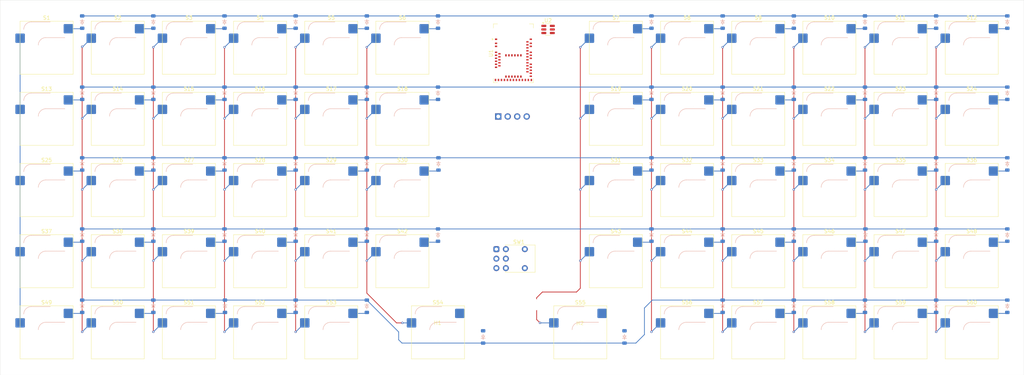
<source format=kicad_pcb>
(kicad_pcb (version 20240108) (generator "pcbnew") (generator_version "8.0")
  (layers (0 "F.Cu" signal) (31 "B.Cu" signal) (34 "B.Paste" user) (35 "F.Paste" user) (36 "B.SilkS" user "B.Silkscreen") (37 "F.SilkS" user "F.Silkscreen") (38 "B.Mask" user) (39 "F.Mask" user) (44 "Edge.Cuts" user))
  (net 0 "")
  (net 1 "Net-(D1-A)")
  (net 2 "Net-(D2-A)")
  (net 3 "Net-(D3-A)")
  (net 4 "Net-(D4-A)")
  (net 5 "Net-(D5-A)")
  (net 6 "Net-(D6-A)")
  (net 7 "Row 0")
  (net 8 "Row 1")
  (net 9 "Net-(D9-A)")
  (net 10 "Row 2")
  (net 11 "Row 3")
  (net 12 "Row 4")
  (net 13 "+3.3V")
  (net 14 "Display Data")
  (net 15 "GND")
  (net 16 "Display Clock")
  (net 17 "Column 0")
  (net 18 "Column 1")
  (net 19 "Column 2")
  (net 20 "Column 3")
  (net 21 "Column 4")
  (net 22 "Column 5")
  (net 23 "Column 6")
  (net 24 "Column 7")
  (net 25 "Column 8")
  (net 26 "Column 9")
  (net 27 "Column 10")
  (net 28 "Column 11")
  (net 32 "D+")
  (net 35 "Net-(D7-A)")
  (net 36 "Net-(D8-A)")
  (net 37 "Net-(D21-A)")
  (net 38 "Net-(D22-A)")
  (net 39 "Net-(D35-A)")
  (net 40 "Net-(D36-A)")
  (net 41 "Net-(D49-A)")
  (net 42 "Net-(D50-A)")
  (net 43 "0.21")
  (net 44 "0.25")
  (net 45 "SWC")
  (net 47 "0.22")
  (net 48 "Net-(D10-A)")
  (net 49 "SWD")
  (net 51 "Net-(D11-A)")
  (net 52 "Net-(D12-A)")
  (net 55 "Net-(D13-A)")
  (net 56 "Net-(D14-A)")
  (net 58 "VDD_NRF")
  (net 59 "Net-(D15-A)")
  (net 60 "Net-(D16-A)")
  (net 61 "Net-(D17-A)")
  (net 62 "Net-(D18-A)")
  (net 63 "Net-(D19-A)")
  (net 64 "Net-(D20-A)")
  (net 65 "Net-(D23-A)")
  (net 66 "Net-(D24-A)")
  (net 67 "Net-(D25-A)")
  (net 68 "Net-(D26-A)")
  (net 69 "Net-(D27-A)")
  (net 70 "Net-(D28-A)")
  (net 71 "Net-(D29-A)")
  (net 72 "Net-(D30-A)")
  (net 73 "Net-(D31-A)")
  (net 74 "Net-(D32-A)")
  (net 75 "Net-(D33-A)")
  (net 76 "Net-(D34-A)")
  (net 77 "Net-(D37-A)")
  (net 78 "Net-(D38-A)")
  (net 79 "Net-(D39-A)")
  (net 80 "Net-(D40-A)")
  (net 81 "Net-(D41-A)")
  (net 82 "Net-(D42-A)")
  (net 83 "Net-(D43-A)")
  (net 84 "Net-(D44-A)")
  (net 85 "Net-(D45-A)")
  (net 86 "Net-(D46-A)")
  (net 87 "Net-(D47-A)")
  (net 88 "Net-(D48-A)")
  (net 89 "Net-(D51-A)")
  (net 90 "Net-(D52-A)")
  (net 91 "Net-(D53-A)")
  (net 92 "Net-(D54-A)")
  (net 93 "Net-(D55-A)")
  (net 94 "Net-(D56-A)")
  (net 95 "Net-(D57-A)")
  (net 96 "Net-(D58-A)")
  (net 97 "Net-(D59-A)")
  (net 98 "Net-(D60-A)")
  (net 99 "0.24")
  (net 100 "NFC1")
  (net 103 "Power pin")
  (net 104 "Net-(U1-P0.18)")
  (net 106 "0.20")
  (net 107 "D-")
  (net 109 "VBUS")
  (net 117 "NFC2")
  (net 118 "BVOLT")
  (net 120 "D- Connection")
  (net 121 "D+ Connection")
  (footprint "ScottoKeebs_Hotswap:Hotswap_MX_2.00u" (layer "F.Cu") (at 203.818 130.855)
    (property "Reference" "S54")
    (property "Value" "Keyswitch")
  )
  (footprint "ScottoKeebs_Components:OLED_128x64" (layer "F.Cu") (at 223.757 73.07)
    (property "Reference" "J1" (hide yes))
    (property "Value" "OLED_128x64")
  )
  (footprint "ScottoKeebs_Hotswap:Hotswap_MX_1.00u" (layer "F.Cu") (at 270.493 73.705)
    (property "Reference" "S20")
    (property "Value" "Keyswitch")
  )
  (footprint "ScottoKeebs_Hotswap:Hotswap_MX_1.00u" (layer "F.Cu") (at 289.543 92.755)
    (property "Reference" "S33")
    (property "Value" "Keyswitch")
  )
  (footprint "ScottoKeebs_Hotswap:Hotswap_MX_1.00u" (layer "F.Cu") (at 194.293 54.655)
    (property "Reference" "S6")
    (property "Value" "Keyswitch")
  )
  (footprint "ScottoKeebs_Hotswap:Hotswap_MX_1.00u" (layer "F.Cu") (at 137.143 130.855)
    (property "Reference" "S51")
    (property "Value" "Keyswitch")
  )
  (footprint "ScottoKeebs_Hotswap:Hotswap_MX_1.00u" (layer "F.Cu") (at 99.043 111.805)
    (property "Reference" "S37")
    (property "Value" "Keyswitch")
  )
  (footprint "ScottoKeebs_Hotswap:Hotswap_MX_1.00u" (layer "F.Cu") (at 137.143 92.755)
    (property "Reference" "S27")
    (property "Value" "Keyswitch")
  )
  (footprint "ScottoKeebs_Hotswap:Hotswap_MX_1.00u" (layer "F.Cu") (at 118.093 111.805)
    (property "Reference" "S38")
    (property "Value" "Keyswitch")
  )
  (footprint "ScottoKeebs_Hotswap:Hotswap_MX_1.00u" (layer "F.Cu") (at 289.543 73.705)
    (property "Reference" "S21")
    (property "Value" "Keyswitch")
  )
  (footprint "ScottoKeebs_Hotswap:Hotswap_MX_1.00u" (layer "F.Cu") (at 137.143 73.705)
    (property "Reference" "S15")
    (property "Value" "Keyswitch")
  )
  (footprint "ScottoKeebs_Hotswap:Hotswap_MX_1.00u" (layer "F.Cu") (at 99.043 73.705)
    (property "Reference" "S13")
    (property "Value" "Keyswitch")
  )
  (footprint "ScottoKeebs_Hotswap:Hotswap_MX_1.00u" (layer "F.Cu") (at 137.143 54.655)
    (property "Reference" "S3")
    (property "Value" "Keyswitch")
  )
  (footprint "ScottoKeebs_Hotswap:Hotswap_MX_2.00u" (layer "F.Cu") (at 241.918 130.855)
    (property "Reference" "S55")
    (property "Value" "Keyswitch")
  )
  (footprint "ScottoKeebs_Hotswap:Hotswap_MX_1.00u" (layer "F.Cu") (at 99.043 130.855)
    (property "Reference" "S49")
    (property "Value" "Keyswitch")
  )
  (footprint "ScottoKeebs_Hotswap:Hotswap_MX_1.00u" (layer "F.Cu") (at 251.443 111.805)
    (property "Reference" "S43")
    (property "Value" "Keyswitch")
  )
  (footprint "ScottoKeebs_Hotswap:Hotswap_MX_1.00u" (layer "F.Cu") (at 251.443 54.655)
    (property "Reference" "S7")
    (property "Value" "Keyswitch")
  )
  (footprint "ScottoKeebs_Hotswap:Hotswap_MX_1.00u" (layer "F.Cu") (at 346.693 92.755)
    (property "Reference" "S36")
    (property "Value" "Keyswitch")
  )
  (footprint "ScottoKeebs_Hotswap:Hotswap_MX_1.00u" (layer "F.Cu") (at 175.243 92.755)
    (property "Reference" "S29")
    (property "Value" "Keyswitch")
  )
  (footprint "ScottoKeebs_Hotswap:Hotswap_MX_1.00u" (layer "F.Cu") (at 327.643 73.705)
    (property "Reference" "S23")
    (property "Value" "Keyswitch")
  )
  (footprint "ScottoKeebs_Hotswap:Hotswap_MX_1.00u" (layer "F.Cu") (at 289.543 130.855)
    (property "Reference" "S57")
    (property "Value" "Keyswitch")
  )
  (footprint "ScottoKeebs_Hotswap:Hotswap_MX_1.00u" (layer "F.Cu") (at 156.193 130.855)
    (property "Reference" "S52")
    (property "Value" "Keyswitch")
  )
  (footprint "ScottoKeebs_Hotswap:Hotswap_MX_1.00u" (layer "F.Cu") (at 270.493 54.655)
    (property "Reference" "S8")
    (property "Value" "Keyswitch")
  )
  (footprint "ScottoKeebs_Hotswap:Hotswap_MX_1.00u" (layer "F.Cu") (at 175.243 111.805)
    (property "Reference" "S41")
    (property "Value" "Keyswitch")
  )
  (footprint "ScottoKeebs_Hotswap:Hotswap_MX_1.00u" (layer "F.Cu") (at 175.243 130.855)
    (property "Reference" "S53")
    (property "Value" "Keyswitch")
  )
  (footprint "ScottoKeebs_Stabilizer:Stabilizer_MX_2.00u" (layer "F.Cu") (at 203.708 130.332)
    (property "Reference" "H1")
    (property "Value" "Mounting_Hole")
  )
  (footprint "ScottoKeebs_Hotswap:Hotswap_MX_1.00u" (layer "F.Cu") (at 289.543 54.655)
    (property "Reference" "S9")
    (property "Value" "Keyswitch")
  )
  (footprint "ScottoKeebs_Hotswap:Hotswap_MX_1.00u" (layer "F.Cu") (at 270.493 111.805)
    (property "Reference" "S44")
    (property "Value" "Keyswitch")
  )
  (footprint "ScottoKeebs_Hotswap:Hotswap_MX_1.00u" (layer "F.Cu") (at 289.543 111.805)
    (property "Reference" "S45")
    (property "Value" "Keyswitch")
  )
  (footprint "ScottoKeebs_Hotswap:Hotswap_MX_1.00u" (layer "F.Cu") (at 175.243 73.705)
    (property "Reference" "S17")
    (property "Value" "Keyswitch")
  )
  (footprint "ScottoKeebs_Hotswap:Hotswap_MX_1.00u" (layer "F.Cu") (at 270.493 130.855)
    (property "Reference" "S56")
    (property "Value" "Keyswitch")
  )
  (footprint "ScottoKeebs_Hotswap:Hotswap_MX_1.00u" (layer "F.Cu") (at 308.593 54.655)
    (property "Reference" "S10")
    (property "Value" "Keyswitch")
  )
  (footprint "ScottoKeebs_Hotswap:Hotswap_MX_1.00u" (layer "F.Cu") (at 156.193 54.655)
    (property "Reference" "S4")
    (property "Value" "Keyswitch")
  )
  (footprint "ScottoKeebs_Hotswap:Hotswap_MX_1.00u" (layer "F.Cu") (at 156.193 92.755)
    (property "Reference" "S28")
    (property "Value" "Keyswitch")
  )
  (footprint "Package_TO_SOT_SMD:SOT-23-6" (layer "F.Cu") (at 233.2875 49.768)
    (property "Reference" "U2")
    (property "Value" "USBLC6-2SC6")
  )
  (footprint "ScottoKeebs_Hotswap:Hotswap_MX_1.00u" (layer "F.Cu") (at 194.293 73.705)
    (property "Reference" "S18")
    (property "Value" "Keyswitch")
  )
  (footprint "ScottoKeebs_Hotswap:Hotswap_MX_1.00u" (layer "F.Cu") (at 251.443 92.755)
    (property "Reference" "S31")
    (property "Value" "Keyswitch")
  )
  (footprint "ScottoKeebs_Hotswap:Hotswap_MX_1.00u" (layer "F.Cu") (at 118.093 130.855)
    (property "Reference" "S50")
    (property "Value" "Keyswitch")
  )
  (footprint "ScottoKeebs_Hotswap:Hotswap_MX_1.00u" (layer "F.Cu") (at 327.643 130.855)
    (property "Reference" "S59")
    (property "Value" "Keyswitch")
  )
  (footprint "ScottoKeebs_Hotswap:Hotswap_MX_1.00u" (layer "F.Cu") (at 346.693 73.705)
    (property "Reference" "S24")
    (property "Value" "Keyswitch")
  )
  (footprint "ScottoKeebs_Hotswap:Hotswap_MX_1.00u" (layer "F.Cu") (at 270.493 92.755)
    (property "Reference" "S32")
    (property "Value" "Keyswitch")
  )
  (footprint "ScottoKeebs_Hotswap:Hotswap_MX_1.00u" (layer "F.Cu") (at 346.693 130.855)
    (property "Reference" "S60")
    (property "Value" "Keyswitch")
  )
  (footprint "ScottoKeebs_Hotswap:Hotswap_MX_1.00u" (layer "F.Cu") (at 118.093 92.755)
    (property "Reference" "S26")
    (property "Value" "Keyswitch")
  )
  (footprint "ScottoKeebs_Hotswap:Hotswap_MX_1.00u" (layer "F.Cu") (at 175.243 54.655)
    (property "Reference" "S5")
    (property "Value" "Keyswitch")
  )
  (footprint "ScottoKeebs_Hotswap:Hotswap_MX_1.00u" (layer "F.Cu") (at 327.643 54.655)
    (property "Reference" "S11")
    (property "Value" "Keyswitch")
  )
  (footprint "ScottoKeebs_Hotswap:Hotswap_MX_1.00u" (layer "F.Cu") (at 308.593 92.755)
    (property "Reference" "S34")
    (property "Value" "Keyswitch")
  )
  (footprint "ScottoKeebs_Hotswap:Hotswap_MX_1.00u" (layer "F.Cu") (at 194.293 92.755)
    (property "Reference" "S30")
    (property "Value" "Keyswitch")
  )
  (footprint "ScottoKeebs_Hotswap:Hotswap_MX_1.00u" (layer "F.Cu") (at 308.593 130.855)
    (property "Reference" "S58")
    (property "Value" "Keyswitch")
  )
  (footprint "ScottoKeebs_Hotswap:Hotswap_MX_1.00u" (layer "F.Cu") (at 251.443 73.705)
    (property "Reference" "S19")
    (property "Value" "Keyswitch")
  )
  (footprint "ScottoKeebs_Hotswap:Hotswap_MX_1.00u" (layer "F.Cu") (at 137.143 111.805)
    (property "Reference" "S39")
    (property "Value" "Keyswitch")
  )
  (footprint "ScottoKeebs_Hotswap:Hotswap_MX_1.00u" (layer "F.Cu") (at 308.593 111.805)
    (property "Reference" "S46")
    (property "Value" "Keyswitch")
  )
  (footprint "ScottoKeebs_Hotswap:Hotswap_MX_1.00u" (layer "F.Cu") (at 156.193 73.705)
    (property "Reference" "S16")
    (property "Value" "Keyswitch")
  )
  (footprint "Button_Switch_THT:SW_Push_2P2T_Vertical_E-Switch_800UDP8P1A1M6" (layer "F.Cu") (at 219.446 108.585)
    (property "Reference" "SW1")
    (property "Value" "SW_Push")
  )
  (footprint "ScottoKeebs_Hotswap:Hotswap_MX_1.00u" (layer "F.Cu") (at 327.643 111.805)
    (property "Reference" "S47")
    (property "Value" "Keyswitch")
  )
  (footprint "ScottoKeebs_Hotswap:Hotswap_MX_1.00u" (layer "F.Cu") (at 346.693 54.655)
    (property "Reference" "S12")
    (property "Value" "Keyswitch")
  )
  (footprint "ScottoKeebs_Hotswap:Hotswap_MX_1.00u" (layer "F.Cu") (at 346.693 111.805)
    (property "Reference" "S48")
    (property "Value" "Keyswitch")
  )
  (footprint "ScottoKeebs_Stabilizer:Stabilizer_MX_2.00u" (layer "F.Cu") (at 241.808 130.429)
    (property "Reference" "H2")
    (property "Value" "Mounting_Hole")
  )
  (footprint "ScottoKeebs_Hotswap:Hotswap_MX_1.00u" (layer "F.Cu") (at 156.193 111.805)
    (property "Reference" "S40")
    (property "Value" "Keyswitch")
  )
  (footprint "ScottoKeebs_Hotswap:Hotswap_MX_1.00u" (layer "F.Cu") (at 118.093 73.705)
    (property "Reference" "S14")
    (property "Value" "Keyswitch")
  )
  (footprint "ScottoKeebs_Hotswap:Hotswap_MX_1.00u" (layer "F.Cu") (at 308.593 73.705)
    (property "Reference" "S22")
    (property "Value" "Keyswitch")
  )
  (footprint "ScottoKeebs_Hotswap:Hotswap_MX_1.00u" (layer "F.Cu") (at 99.043 54.655)
    (property "Reference" "S1")
    (property "Value" "Keyswitch")
  )
  (footprint "ScottoKeebs_Hotswap:Hotswap_MX_1.00u" (layer "F.Cu") (at 118.093 54.655)
    (property "Reference" "S2")
    (property "Value" "Keyswitch")
  )
  (footprint "ScottoKeebs_Hotswap:Hotswap_MX_1.00u" (layer "F.Cu") (at 327.643 92.755)
    (property "Reference" "S35")
    (property "Value" "Keyswitch")
  )
  (footprint "ScottoKeebs_Hotswap:Hotswap_MX_1.00u" (layer "F.Cu") (at 194.293 111.805)
    (property "Reference" "S42")
    (property "Value" "Keyswitch")
  )
  (footprint "RF_Module:Raytac_MDBT50Q" (layer "F.Cu") (at 224.0125 56.143)
    (property "Reference" "U1")
    (property "Value" "MDBT50Q-1MV2")
  )
  (footprint "ScottoKeebs_Hotswap:Hotswap_MX_1.00u" (layer "F.Cu") (at 99.043 92.755)
    (property "Reference" "S25")
    (property "Value" "Keyswitch")
  )
  (footprint "ScottoKeebs_Components:Diode_SOD-123" (layer "B.Cu") (at 337.168 66.847 -90)
    (property "Reference" "D23" (hide yes))
    (property "Value" "Diode")
  )
  (footprint "ScottoKeebs_Components:Diode_SOD-123" (layer "B.Cu") (at 280.018 47.797 -90)
    (property "Reference" "D8" (hide yes))
    (property "Value" "Diode")
  )
  (footprint "ScottoKeebs_Components:Diode_SOD-123" (layer "B.Cu") (at 184.768 85.77 -90)
    (property "Reference" "D29" (hide yes))
    (property "Value" "Diode")
  )
  (footprint "ScottoKeebs_Components:Diode_SOD-123" (layer "B.Cu") (at 146.668 66.847 -90)
    (property "Reference" "D15" (hide yes))
    (property "Value" "Diode")
  )
  (footprint "ScottoKeebs_Components:Diode_SOD-123" (layer "B.Cu") (at 203.818 47.797 -90)
    (property "Reference" "D6" (hide yes))
    (property "Value" "Diode")
  )
  (footprint "ScottoKeebs_Components:Diode_SOD-123" (layer "B.Cu") (at 356.218 85.769 -90)
    (property "Reference" "D36" (hide yes))
    (property "Value" "Diode")
  )
  (footprint "ScottoKeebs_Components:Diode_SOD-123" (layer "B.Cu") (at 184.768 104.82 -90)
    (property "Reference" "D41" (hide yes))
    (property "Value" "Diode")
  )
  (footprint "ScottoKeebs_Components:Diode_SOD-123" (layer "B.Cu") (at 215.9 132.08 90)
    (property "Reference" "D54" (hide yes))
    (property "Value" "Diode")
  )
  (footprint "ScottoKeebs_Components:Diode_SOD-123" (layer "B.Cu") (at 146.668 85.77 -90)
    (property "Reference" "D27" (hide yes))
    (property "Value" "Diode")
  )
  (footprint "ScottoKeebs_Components:Diode_SOD-123" (layer "B.Cu") (at 356.218 47.796 -90)
    (property "Reference" "D12" (hide yes))
    (property "Value" "Diode")
  )
  (footprint "ScottoKeebs_Components:Diode_SOD-123" (layer "B.Cu") (at 280.018 85.769 -90)
    (property "Reference" "D32" (hide yes))
    (property "Value" "Diode")
  )
  (footprint "ScottoKeebs_Components:Diode_SOD-123" (layer "B.Cu") (at 253.746 132.08 90)
    (property "Reference" "D55" (hide yes))
    (property "Value" "Diode")
  )
  (footprint "ScottoKeebs_Components:Diode_SOD-123" (layer "B.Cu") (at 127.618 66.847 -90)
    (property "Reference" "D14" (hide yes))
    (property "Value" "Diode")
  )
  (footprint "ScottoKeebs_Components:Diode_SOD-123" (layer "B.Cu") (at 165.718 104.82 -90)
    (property "Reference" "D40" (hide yes))
    (property "Value" "Diode")
  )
  (footprint "ScottoKeebs_Components:Diode_SOD-123" (layer "B.Cu") (at 108.568 47.797 -90)
    (property "Reference" "D1" (hide yes))
    (property "Value" "Diode")
  )
  (footprint "ScottoKeebs_Components:Diode_SOD-123" (layer "B.Cu") (at 108.568 123.87 -90)
    (property "Reference" "D49" (hide yes))
    (property "Value" "Diode")
  )
  (footprint "ScottoKeebs_Components:Diode_SOD-123" (layer "B.Cu") (at 165.718 85.77 -90)
    (property "Reference" "D28" (hide yes))
    (property "Value" "Diode")
  )
  (footprint "ScottoKeebs_Components:Diode_SOD-123" (layer "B.Cu") (at 165.718 123.87 -90)
    (property "Reference" "D52" (hide yes))
    (property "Value" "Diode")
  )
  (footprint "ScottoKeebs_Components:Diode_SOD-123" (layer "B.Cu") (at 203.818 66.847 -90)
    (property "Reference" "D18" (hide yes))
    (property "Value" "Diode")
  )
  (footprint "ScottoKeebs_Components:Diode_SOD-123" (layer "B.Cu") (at 146.795 123.87 -90)
    (property "Reference" "D51" (hide yes))
    (property "Value" "Diode")
  )
  (footprint "ScottoKeebs_Components:Diode_SOD-123" (layer "B.Cu") (at 280.018 66.847 -90)
    (property "Reference" "D20" (hide yes))
    (property "Value" "Diode")
  )
  (footprint "ScottoKeebs_Components:Diode_SOD-123" (layer "B.Cu") (at 165.718 66.847 -90)
    (property "Reference" "D16" (hide yes))
    (property "Value" "Diode")
  )
  (footprint "ScottoKeebs_Components:Diode_SOD-123" (layer "B.Cu") (at 356.218 66.847 -90)
    (property "Reference" "D24" (hide yes))
    (property "Value" "Diode")
  )
  (footprint "ScottoKeebs_Components:Diode_SOD-123" (layer "B.Cu") (at 318.118 47.797 -90)
    (property "Reference" "D10" (hide yes))
    (property "Value" "Diode")
  )
  (footprint "ScottoKeebs_Components:Diode_SOD-123" (layer "B.Cu") (at 203.818 104.82 -90)
    (property "Reference" "D42" (hide yes))
    (property "Value" "Diode")
  )
  (footprint "ScottoKeebs_Components:Diode_SOD-123" (layer "B.Cu") (at 108.568 66.847 -90)
    (property "Reference" "D13" (hide yes))
    (property "Value" "Diode")
  )
  (footprint "ScottoKeebs_Components:Diode_SOD-123" (layer "B.Cu") (at 184.768 47.797 -90)
    (property "Reference" "D5" (hide yes))
    (property "Value" "Diode")
  )
  (footprint "ScottoKeebs_Components:Diode_SOD-123" (layer "B.Cu") (at 318.245 104.82 -90)
    (property "Reference" "D46" (hide yes))
    (property "Value" "Diode")
  )
  (footprint "ScottoKeebs_Components:Diode_SOD-123" (layer "B.Cu") (at 127.618 47.797 -90)
    (property "Reference" "D2" (hide yes))
    (property "Value" "Diode")
  )
  (footprint "ScottoKeebs_Components:Diode_SOD-123" (layer "B.Cu") (at 127.618 85.77 -90)
    (property "Reference" "D26" (hide yes))
    (property "Value" "Diode")
  )
  (footprint "ScottoKeebs_Components:Diode_SOD-123" (layer "B.Cu") (at 299.068 47.797 -90)
    (property "Reference" "D9" (hide yes))
    (property "Value" "Diode")
  )
  (footprint "ScottoKeebs_Components:Diode_SOD-123" (layer "B.Cu") (at 260.968 47.797 -90)
    (property "Reference" "D7" (hide yes))
    (property "Value" "Diode")
  )
  (footprint "ScottoKeebs_Components:Diode_SOD-123" (layer "B.Cu") (at 337.168 85.77 -90)
    (property "Reference" "D35" (hide yes))
    (property "Value" "Diode")
  )
  (footprint "ScottoKeebs_Components:Diode_SOD-123" (layer "B.Cu") (at 203.945 85.77 -90)
    (property "Reference" "D30" (hide yes))
    (property "Value" "Diode")
  )
  (footprint "ScottoKeebs_Components:Diode_SOD-123" (layer "B.Cu") (at 299.068 85.77 -90)
    (property "Reference" "D33" (hide yes))
    (property "Value" "Diode")
  )
  (footprint "ScottoKeebs_Components:Diode_SOD-123" (layer "B.Cu") (at 318.118 85.77 -90)
    (property "Reference" "D34" (hide yes))
    (property "Value" "Diode")
  )
  (footprint "ScottoKeebs_Components:Diode_SOD-123" (layer "B.Cu") (at 146.668 104.82 -90)
    (property "Reference" "D39" (hide yes))
    (property "Value" "Diode")
  )
  (footprint "ScottoKeebs_Components:Diode_SOD-123" (layer "B.Cu") (at 356.218 123.87 -90)
    (property "Reference" "D60" (hide yes))
    (property "Value" "Diode")
  )
  (footprint "ScottoKeebs_Components:Diode_SOD-123" (layer "B.Cu") (at 184.768 66.847 -90)
    (property "Reference" "D17" (hide yes))
    (property "Value" "Diode")
  )
  (footprint "ScottoKeebs_Components:Diode_SOD-123" (layer "B.Cu") (at 146.668 47.797 -90)
    (property "Reference" "D3" (hide yes))
    (property "Value" "Diode")
  )
  (footprint "ScottoKeebs_Components:Diode_SOD-123" (layer "B.Cu") (at 280.018 104.82 -90)
    (property "Reference" "D44" (hide yes))
    (property "Value" "Diode")
  )
  (footprint "ScottoKeebs_Components:Diode_SOD-123" (layer "B.Cu") (at 108.568 104.82 -90)
    (property "Reference" "D37" (hide yes))
    (property "Value" "Diode")
  )
  (footprint "ScottoKeebs_Components:Diode_SOD-123" (layer "B.Cu") (at 165.718 47.797 -90)
    (property "Reference" "D4" (hide yes))
    (property "Value" "Diode")
  )
  (footprint "ScottoKeebs_Components:Diode_SOD-123" (layer "B.Cu") (at 299.068 104.82 -90)
    (property "Reference" "D45" (hide yes))
    (property "Value" "Diode")
  )
  (footprint "ScottoKeebs_Components:Diode_SOD-123" (layer "B.Cu") (at 337.168 47.797 -90)
    (property "Reference" "D11" (hide yes))
    (property "Value" "Diode")
  )
  (footprint "ScottoKeebs_Components:Diode_SOD-123" (layer "B.Cu") (at 108.568 85.77 -90)
    (property "Reference" "D25" (hide yes))
    (property "Value" "Diode")
  )
  (footprint "ScottoKeebs_Components:Diode_SOD-123" (layer "B.Cu") (at 260.968 104.82 -90)
    (property "Reference" "D43" (hide yes))
    (property "Value" "Diode")
  )
  (footprint "ScottoKeebs_Components:Diode_SOD-123" (layer "B.Cu") (at 299.068 66.847 -90)
    (property "Reference" "D21" (hide yes))
    (property "Value" "Diode")
  )
  (footprint "ScottoKeebs_Components:Diode_SOD-123" (layer "B.Cu") (at 280.018 123.87 -90)
    (property "Reference" "D56" (hide yes))
    (property "Value" "Diode")
  )
  (footprint "ScottoKeebs_Components:Diode_SOD-123" (layer "B.Cu") (at 260.968 66.847 -90)
    (property "Reference" "D19" (hide yes))
    (property "Value" "Diode")
  )
  (footprint "ScottoKeebs_Components:Diode_SOD-123" (layer "B.Cu") (at 299.068 123.87 -90)
    (property "Reference" "D57" (hide yes))
    (property "Value" "Diode")
  )
  (footprint "ScottoKeebs_Components:Diode_SOD-123" (layer "B.Cu") (at 127.618 123.87 -90)
    (property "Reference" "D50" (hide yes))
    (property "Value" "Diode")
  )
  (footprint "ScottoKeebs_Components:Diode_SOD-123" (layer "B.Cu") (at 337.168 104.82 -90)
    (property "Reference" "D47" (hide yes))
    (property "Value" "Diode")
  )
  (footprint "ScottoKeebs_Components:Diode_SOD-123" (layer "B.Cu") (at 337.168 123.87 -90)
    (property "Reference" "D59" (hide yes))
    (property "Value" "Diode")
  )
  (footprint "ScottoKeebs_Components:Diode_SOD-123" (layer "B.Cu") (at 356.218 104.82 -90)
    (property "Reference" "D48" (hide yes))
    (property "Value" "Diode")
  )
  (footprint "ScottoKeebs_Components:Diode_SOD-123" (layer "B.Cu") (at 184.768 123.87 -90)
    (property "Reference" "D53" (hide yes))
    (property "Value" "Diode")
  )
  (footprint "ScottoKeebs_Components:Diode_SOD-123" (layer "B.Cu") (at 127.618 104.82 -90)
    (property "Reference" "D38" (hide yes))
    (property "Value" "Diode")
  )
  (footprint "ScottoKeebs_Components:Diode_SOD-123" (layer "B.Cu") (at 318.118 123.87 -90)
    (property "Reference" "D58" (hide yes))
    (property "Value" "Diode")
  )
  (footprint "ScottoKeebs_Components:Diode_SOD-123" (layer "B.Cu") (at 318.118 66.847 -90)
    (property "Reference" "D22" (hide yes))
    (property "Value" "Diode")
  )
  (footprint "ScottoKeebs_Components:Diode_SOD-123" (layer "B.Cu") (at 260.968 85.77 -90)
    (property "Reference" "D31" (hide yes))
    (property "Value" "Diode")
  )
  (gr_rect (start 86.597 41.91) (end 360.68 142.285) (stroke (width 0.05)) (fill none) (layer "Edge.Cuts"))
  (segment (start 104.885 49.575) (end 108.567 49.575) (width 0.2) (layer "B.Cu") (net 1))
  (segment (start 108.567 49.575) (end 108.568 49.576) (width 0.2) (layer "B.Cu") (net 1))
  (segment (start 123.935 49.575) (end 127.617 49.575) (width 0.2) (layer "B.Cu") (net 2))
  (segment (start 127.617 49.575) (end 127.618 49.576) (width 0.2) (layer "B.Cu") (net 2))
  (segment (start 146.667 49.575) (end 146.668 49.576) (width 0.2) (layer "B.Cu") (net 3))
  (segment (start 142.985 49.575) (end 146.667 49.575) (width 0.2) (layer "B.Cu") (net 3))
  (segment (start 165.717 49.575) (end 165.718 49.576) (width 0.2) (layer "B.Cu") (net 4))
  (segment (start 162.035 49.575) (end 165.717 49.575) (width 0.2) (layer "B.Cu") (net 4))
  (segment (start 181.085 49.575) (end 184.767 49.575) (width 0.2) (layer "B.Cu") (net 5))
  (segment (start 184.767 49.575) (end 184.768 49.576) (width 0.2) (layer "B.Cu") (net 5))
  (segment (start 203.817 49.575) (end 203.818 49.576) (width 0.2) (layer "B.Cu") (net 6))
  (segment (start 200.135 49.575) (end 203.817 49.575) (width 0.2) (layer "B.Cu") (net 6))
  (segment (start 355.963 46.147) (end 355.964 46.146) (width 0.2) (layer "B.Cu") (net 7))
  (segment (start 127.618 46.147) (end 355.963 46.147) (width 0.2) (layer "B.Cu") (net 7))
  (segment (start 108.568 46.147) (end 127.618 46.147) (width 0.2) (layer "B.Cu") (net 7))
  (segment (start 108.568 65.197) (end 356.218 65.197) (width 0.2) (layer "B.Cu") (net 8))
  (segment (start 295.385 49.575) (end 299.067 49.575) (width 0.2) (layer "B.Cu") (net 9))
  (segment (start 299.067 49.575) (end 299.068 49.576) (width 0.2) (layer "B.Cu") (net 9))
  (segment (start 108.568 84.12) (end 356.217 84.12) (width 0.2) (layer "B.Cu") (net 10))
  (segment (start 356.217 84.12) (end 356.218 84.119) (width 0.2) (layer "B.Cu") (net 10))
  (segment (start 108.568 103.17) (end 356.218 103.17) (width 0.2) (layer "B.Cu") (net 11))
  (segment (start 193.294 132.844) (end 194.181 133.731) (width 0.2) (layer "B.Cu") (net 12))
  (segment (start 193.294 130.746) (end 193.294 132.844) (width 0.2) (layer "B.Cu") (net 12))
  (segment (start 280.018 122.22) (end 356.218 122.22) (width 0.2) (layer "B.Cu") (net 12))
  (segment (start 253.746 133.73) (end 256.795 133.73) (width 0.2) (layer "B.Cu") (net 12))
  (segment (start 215.899 133.731) (end 215.9 133.73) (width 0.2) (layer "B.Cu") (net 12))
  (segment (start 256.795 133.73) (end 259.08 131.445) (width 0.2) (layer "B.Cu") (net 12))
  (segment (start 108.568 122.22) (end 184.768 122.22) (width 0.2) (layer "B.Cu") (net 12))
  (segment (start 259.08 124.333) (end 261.193 122.22) (width 0.2) (layer "B.Cu") (net 12))
  (segment (start 261.193 122.22) (end 280.018 122.22) (width 0.2) (layer "B.Cu") (net 12))
  (segment (start 215.9 133.73) (end 253.746 133.73) (width 0.2) (layer "B.Cu") (net 12))
  (segment (start 259.08 131.445) (end 259.08 124.333) (width 0.2) (layer "B.Cu") (net 12))
  (segment (start 184.768 122.22) (end 193.294 130.746) (width 0.2) (layer "B.Cu") (net 12))
  (segment (start 194.181 133.731) (end 215.899 133.731) (width 0.2) (layer "B.Cu") (net 12))
  (segment (start 91.958 52.115) (end 91.958 128.315) (width 0.2) (layer "B.Cu") (net 17))
  (segment (start 108.568 73.578) (end 108.568 92.628) (width 0.2) (layer "F.Cu") (net 18))
  (segment (start 108.568 111.678) (end 108.568 130.728) (width 0.2) (layer "F.Cu") (net 18))
  (segment (start 108.568 54.401) (end 108.568 73.578) (width 0.2) (layer "F.Cu") (net 18))
  (segment (start 108.568 92.628) (end 108.568 111.678) (width 0.2) (layer "F.Cu") (net 18))
  (via (at 108.568 54.401) (size 0.6) (drill 0.3) (layers "F.Cu" "B.Cu") (net 18))
  (via (at 108.568 92.628) (size 0.6) (drill 0.3) (layers "F.Cu" "B.Cu") (net 18))
  (via (at 108.568 73.578) (size 0.6) (drill 0.3) (layers "F.Cu" "B.Cu") (net 18))
  (via (at 108.568 111.678) (size 0.6) (drill 0.3) (layers "F.Cu" "B.Cu") (net 18))
  (via (at 108.568 130.728) (size 0.6) (drill 0.3) (layers "F.Cu" "B.Cu") (net 18))
  (segment (start 111.008 128.315) (end 110.981 128.315) (width 0.2) (layer "B.Cu") (net 18))
  (segment (start 111.008 90.215) (end 110.981 90.215) (width 0.2) (layer "B.Cu") (net 18))
  (segment (start 111.008 52.115) (end 108.722 54.401) (width 0.2) (layer "B.Cu") (net 18))
  (segment (start 110.981 128.315) (end 108.568 130.728) (width 0.2) (layer "B.Cu") (net 18))
  (segment (start 110.981 71.165) (end 108.568 73.578) (width 0.2) (layer "B.Cu") (net 18))
  (segment (start 110.981 109.265) (end 108.568 111.678) (width 0.2) (layer "B.Cu") (net 18))
  (segment (start 111.008 109.265) (end 110.981 109.265) (width 0.2) (layer "B.Cu") (net 18))
  (segment (start 110.981 90.215) (end 108.568 92.628) (width 0.2) (layer "B.Cu") (net 18))
  (segment (start 108.722 54.401) (end 108.568 54.401) (width 0.2) (layer "B.Cu") (net 18))
  (segment (start 111.008 71.165) (end 110.981 71.165) (width 0.2) (layer "B.Cu") (net 18))
  (segment (start 127.618 54.528) (end 127.618 73.578) (width 0.2) (layer "F.Cu") (net 19))
  (segment (start 127.618 92.628) (end 127.618 111.678) (width 0.2) (layer "F.Cu") (net 19))
  (segment (start 127.618 73.578) (end 127.618 92.628) (width 0.2) (layer "F.Cu") (net 19))
  (segment (start 127.618 111.678) (end 127.618 130.728) (width 0.2) (layer "F.Cu") (net 19))
  (via (at 127.618 73.578) (size 0.6) (drill 0.3) (layers "F.Cu" "B.Cu") (net 19))
  (via (at 127.618 111.678) (size 0.6) (drill 0.3) (layers "F.Cu" "B.Cu") (net 19))
  (via (at 127.618 92.628) (size 0.6) (drill 0.3) (layers "F.Cu" "B.Cu") (net 19))
  (via (at 127.618 54.528) (size 0.6) (drill 0.3) (layers "F.Cu" "B.Cu") (net 19))
  (via (at 127.618 130.728) (size 0.6) (drill 0.3) (layers "F.Cu" "B.Cu") (net 19))
  (segment (start 130.058 109.265) (end 130.031 109.265) (width 0.2) (layer "B.Cu") (net 19))
  (segment (start 130.058 128.315) (end 127.645 130.728) (width 0.2) (layer "B.Cu") (net 19))
  (segment (start 130.058 71.165) (end 127.645 73.578) (width 0.2) (layer "B.Cu") (net 19))
  (segment (start 127.645 92.628) (end 127.618 92.628) (width 0.2) (layer "B.Cu") (net 19))
  (segment (start 130.031 52.115) (end 127.618 54.528) (width 0.2) (layer "B.Cu") (net 19))
  (segment (start 130.031 109.265) (end 127.618 111.678) (width 0.2) (layer "B.Cu") (net 19))
  (segment (start 127.645 73.578) (end 127.618 73.578) (width 0.2) (layer "B.Cu") (net 19))
  (segment (start 130.058 90.215) (end 127.645 92.628) (width 0.2) (layer "B.Cu") (net 19))
  (segment (start 130.058 52.115) (end 130.031 52.115) (width 0.2) (layer "B.Cu") (net 19))
  (segment (start 127.645 130.728) (end 127.618 130.728) (width 0.2) (layer "B.Cu") (net 19))
  (segment (start 146.668 54.528) (end 146.668 73.578) (width 0.2) (layer "F.Cu") (net 20))
  (segment (start 146.668 73.578) (end 146.668 92.628) (width 0.2) (layer "F.Cu") (net 20))
  (segment (start 146.668 111.678) (end 146.668 130.728) (width 0.2) (layer "F.Cu") (net 20))
  (segment (start 146.668 92.628) (end 146.668 111.678) (width 0.2) (layer "F.Cu") (net 20))
  (via (at 146.668 54.528) (size 0.6) (drill 0.3) (layers "F.Cu" "B.Cu") (net 20))
  (via (at 146.668 111.678) (size 0.6) (drill 0.3) (layers "F.Cu" "B.Cu") (net 20))
  (via (at 146.668 92.628) (size 0.6) (drill 0.3) (layers "F.Cu" "B.Cu") (net 20))
  (via (at 146.668 130.728) (size 0.6) (drill 0.3) (layers "F.Cu" "B.Cu") (net 20))
  (via (at 146.668 73.578) (size 0.6) (drill 0.3) (layers "F.Cu" "B.Cu") (net 20))
  (segment (start 146.695 111.678) (end 146.668 111.678) (width 0.2) (layer "B.Cu") (net 20))
  (segment (start 149.081 128.315) (end 146.668 130.728) (width 0.2) (layer "B.Cu") (net 20))
  (segment (start 149.108 90.215) (end 149.081 90.215) (width 0.2) (layer "B.Cu") (net 20))
  (segment (start 149.108 71.165) (end 149.081 71.165) (width 0.2) (layer "B.Cu") (net 20))
  (segment (start 149.108 109.265) (end 146.695 111.678) (width 0.2) (layer "B.Cu") (net 20))
  (segment (start 149.081 90.215) (end 146.668 92.628) (width 0.2) (layer "B.Cu") (net 20))
  (segment (start 149.108 128.315) (end 149.081 128.315) (width 0.2) (layer "B.Cu") (net 20))
  (segment (start 146.695 54.528) (end 146.668 54.528) (width 0.2) (layer "B.Cu") (net 20))
  (segment (start 149.108 52.115) (end 146.695 54.528) (width 0.2) (layer "B.Cu") (net 20))
  (segment (start 149.081 71.165) (end 146.668 73.578) (width 0.2) (layer "B.Cu") (net 20))
  (segment (start 165.718 111.678) (end 165.718 130.728) (width 0.2) (layer "F.Cu") (net 21))
  (segment (start 165.718 92.628) (end 165.718 111.678) (width 0.2) (layer "F.Cu") (net 21))
  (segment (start 165.718 54.528) (end 165.718 73.578) (width 0.2) (layer "F.Cu") (net 21))
  (segment (start 165.718 73.578) (end 165.718 92.628) (width 0.2) (layer "F.Cu") (net 21))
  (via (at 165.718 111.678) (size 0.6) (drill 0.3) (layers "F.Cu" "B.Cu") (net 21))
  (via (at 165.718 54.528) (size 0.6) (drill 0.3) (layers "F.Cu" "B.Cu") (net 21))
  (via (at 165.718 73.578) (size 0.6) (drill 0.3) (layers "F.Cu" "B.Cu") (net 21))
  (via (at 165.718 130.728) (size 0.6) (drill 0.3) (layers "F.Cu" "B.Cu") (net 21))
  (via (at 165.718 92.628) (size 0.6) (drill 0.3) (layers "F.Cu" "B.Cu") (net 21))
  (segment (start 168.158 90.215) (end 168.131 90.215) (width 0.2) (layer "B.Cu") (net 21))
  (segment (start 168.131 109.265) (end 165.718 111.678) (width 0.2) (layer "B.Cu") (net 21))
  (segment (start 168.158 52.115) (end 168.131 52.115) (width 0.2) (layer "B.Cu") (net 21))
  (segment (start 168.131 71.165) (end 165.718 73.578) (width 0.2) (layer "B.Cu") (net 21))
  (segment (start 168.131 52.115) (end 165.718 54.528) (width 0.2) (layer "B.Cu") (net 21))
  (segment (start 168.158 109.265) (end 168.131 109.265) (width 0.2) (layer "B.Cu") (net 21))
  (segment (start 168.158 128.315) (end 165.745 130.728) (width 0.2) (layer "B.Cu") (net 21))
  (segment (start 165.745 130.728) (end 165.718 130.728) (width 0.2) (layer "B.Cu") (net 21))
  (segment (start 168.131 90.215) (end 165.718 92.628) (width 0.2) (layer "B.Cu") (net 21))
  (segment (start 168.158 71.165) (end 168.131 71.165) (width 0.2) (layer "B.Cu") (net 21))
  (segment (start 184.768 120.36275) (end 192.72025 128.315) (width 0.2) (layer "F.Cu") (net 22))
  (segment (start 184.768 73.578) (end 184.768 92.628) (width 0.2) (layer "F.Cu") (net 22))
  (segment (start 192.72025 128.315) (end 194.293 128.315) (width 0.2) (layer "F.Cu") (net 22))
  (segment (start 184.768 54.528) (end 184.768 73.578) (width 0.2) (layer "F.Cu") (net 22))
  (segment (start 184.768 111.678) (end 184.768 120.36275) (width 0.2) (layer "F.Cu") (net 22))
  (segment (start 184.768 92.628) (end 184.768 111.678) (width 0.2) (layer "F.Cu") (net 22))
  (via (at 184.768 92.628) (size 0.6) (drill 0.3) (layers "F.Cu" "B.Cu") (net 22))
  (via (at 184.768 73.578) (size 0.6) (drill 0.3) (layers "F.Cu" "B.Cu") (net 22))
  (via (at 184.768 111.678) (size 0.6) (drill 0.3) (layers "F.Cu" "B.Cu") (net 22))
  (via (at 194.293 128.315) (size 0.6) (drill 0.3) (layers "F.Cu" "B.Cu") (net 22))
  (via (at 184.768 54.528) (size 0.6) (drill 0.3) (layers "F.Cu" "B.Cu") (net 22))
  (segment (start 187.181 90.215) (end 184.768 92.628) (width 0.2) (layer "B.Cu") (net 22))
  (segment (start 196.733 128.315) (end 194.293 128.315) (width 0.2) (layer "B.Cu") (net 22))
  (segment (start 187.208 109.265) (end 184.795 111.678) (width 0.2) (layer "B.Cu") (net 22))
  (segment (start 187.208 52.115) (end 187.181 52.115) (width 0.2) (layer "B.Cu") (net 22))
  (segment (start 187.181 71.165) (end 184.768 73.578) (width 0.2) (layer "B.Cu") (net 22))
  (segment (start 187.208 71.165) (end 187.181 71.165) (width 0.2) (layer "B.Cu") (net 22))
  (segment (start 187.208 90.215) (end 187.181 90.215) (width 0.2) (layer "B.Cu") (net 22))
  (segment (start 184.795 111.678) (end 184.768 111.678) (width 0.2) (layer "B.Cu") (net 22))
  (segment (start 187.181 52.115) (end 184.768 54.528) (width 0.2) (layer "B.Cu") (net 22))
  (segment (start 241.918 73.578) (end 241.918 92.628) (width 0.2) (layer "F.Cu") (net 23))
  (segment (start 241.918 92.628) (end 241.918 111.678) (width 0.2) (layer "F.Cu") (net 23))
  (segment (start 230.234 127.426) (end 231.123 128.315) (width 0.2) (layer "F.Cu") (net 23))
  (segment (start 241.918 54.528) (end 241.918 73.578) (width 0.2) (layer "F.Cu") (net 23))
  (segment (start 240.902 120.06) (end 231.758 120.06) (width 0.2) (layer "F.Cu") (net 23))
  (segment (start 241.918 111.678) (end 241.918 119.044) (width 0.2) (layer "F.Cu") (net 23))
  (segment (start 230.234 121.584) (end 230.234 127.426) (width 0.2) (layer "F.Cu") (net 23))
  (segment (start 231.758 120.06) (end 230.234 121.584) (width 0.2) (layer "F.Cu") (net 23))
  (segment (start 241.918 119.044) (end 240.902 120.06) (width 0.2) (layer "F.Cu") (net 23))
  (via (at 241.918 111.678) (size 0.6) (drill 0.3) (layers "F.Cu" "B.Cu") (net 23))
  (via (at 241.918 54.528) (size 0.6) (drill 0.3) (layers "F.Cu" "B.Cu") (net 23))
  (via (at 241.918 92.628) (size 0.6) (drill 0.3) (layers "F.Cu" "B.Cu") (net 23))
  (via (at 241.918 73.578) (size 0.6) (drill 0.3) (layers "F.Cu" "B.Cu") (net 23))
  (via (at 231.123 128.315) (size 0.6) (drill 0.3) (layers "F.Cu" "B.Cu") (net 23))
  (segment (start 244.358 109.265) (end 244.331 109.265) (width 0.2) (layer "B.Cu") (net 23))
  (segment (start 244.358 71.165) (end 244.331 71.165) (width 0.2) (layer "B.Cu") (net 23))
  (segment (start 244.331 90.215) (end 241.918 92.628) (width 0.2) (layer "B.Cu") (net 23))
  (segment (start 244.358 52.115) (end 241.945 54.528) (width 0.2) (layer "B.Cu") (net 23))
  (segment (start 231.123 128.315) (end 234.833 128.315) (width 0.2) (layer "B.Cu") (net 23))
  (segment (start 244.331 71.165) (end 241.918 73.578) (width 0.2) (layer "B.Cu") (net 23))
  (segment (start 241.945 54.528) (end 241.918 54.528) (width 0.2) (layer "B.Cu") (net 23))
  (segment (start 244.331 109.265) (end 241.918 111.678) (width 0.2) (layer "B.Cu") (net 23))
  (segment (start 244.358 90.215) (end 244.331 90.215) (width 0.2) (layer "B.Cu") (net 23))
  (segment (start 260.968 73.578) (end 260.968 92.628) (width 0.2) (layer "F.Cu") (net 24))
  (segment (start 260.968 92.628) (end 260.968 111.678) (width 0.2) (layer "F.Cu") (net 24))
  (segment (start 260.968 54.528) (end 260.968 73.578) (width 0.2) (layer "F.Cu") (net 24))
  (segment (start 260.968 111.678) (end 260.968 130.728) (width 0.2) (layer "F.Cu") (net 24))
  (via (at 260.968 92.628) (size 0.6) (drill 0.3) (layers "F.Cu" "B.Cu") (net 24))
  (via (at 260.968 130.728) (size 0.6) (drill 0.3) (layers "F.Cu" "B.Cu") (net 24))
  (via (at 260.968 111.678) (size 0.6) (drill 0.3) (layers "F.Cu" "B.Cu") (net 24))
  (via (at 260.968 73.578) (size 0.6) (drill 0.3) (layers "F.Cu" "B.Cu") (net 24))
  (via (at 260.968 54.528) (size 0.6) (drill 0.3) (layers "F.Cu" "B.Cu") (net 24))
  (segment (start 263.408 52.115) (end 263.381 52.115) (width 0.2) (layer "B.Cu") (net 24))
  (segment (start 263.381 109.265) (end 260.968 111.678) (width 0.2) (layer "B.Cu") (net 24))
  (segment (start 263.381 128.315) (end 260.968 130.728) (width 0.2) (layer "B.Cu") (net 24))
  (segment (start 263.408 128.315) (end 263.381 128.315) (width 0.2) (layer "B.Cu") (net 24))
  (segment (start 263.408 90.215) (end 260.995 92.628) (width 0.2) (layer "B.Cu") (net 24))
  (segment (start 263.408 109.265) (end 263.381 109.265) (width 0.2) (layer "B.Cu") (net 24))
  (segment (start 263.408 71.165) (end 260.995 73.578) (width 0.2) (layer "B.Cu") (net 24))
  (segment (start 260.995 92.628) (end 260.968 92.628) (width 0.2) (layer "B.Cu") (net 24))
  (segment (start 263.381 52.115) (end 260.968 54.528) (width 0.2) (layer "B.Cu") (net 24))
  (segment (start 260.995 73.578) (end 260.968 73.578) (width 0.2) (layer "B.Cu") (net 24))
  (segment (start 280.018 73.578) (end 280.018 54.528) (width 0.2) (layer "F.Cu") (net 25))
  (segment (start 280.018 111.678) (end 280.018 92.628) (width 0.2) (layer "F.Cu") (net 25))
  (segment (start 280.018 130.728) (end 280.018 111.678) (width 0.2) (layer "F.Cu") (net 25))
  (segment (start 280.018 92.628) (end 280.018 73.578) (width 0.2) (layer "F.Cu") (net 25))
  (via (at 280.018 92.628) (size 0.6) (drill 0.3) (layers "F.Cu" "B.Cu") (net 25))
  (via (at 280.018 130.728) (size 0.6) (drill 0.3) (layers "F.Cu" "B.Cu") (net 25))
  (via (at 280.018 73.578) (size 0.6) (drill 0.3) (layers "F.Cu" "B.Cu") (net 25))
  (via (at 280.018 54.528) (size 0.6) (drill 0.3) (layers "F.Cu" "B.Cu") (net 25))
  (via (at 280.018 111.678) (size 0.6) (drill 0.3) (layers "F.Cu" "B.Cu") (net 25))
  (segment (start 282.458 52.115) (end 282.431 52.115) (width 0.2) (layer "B.Cu") (net 25))
  (segment (start 282.458 71.165) (end 282.431 71.165) (width 0.2) (layer "B.Cu") (net 25))
  (segment (start 282.431 128.315) (end 280.018 130.728) (width 0.2) (layer "B.Cu") (net 25))
  (segment (start 282.458 90.215) (end 282.431 90.215) (width 0.2) (layer "B.Cu") (net 25))
  (segment (start 282.431 52.115) (end 280.018 54.528) (width 0.2) (layer "B.Cu") (net 25))
  (segment (start 282.431 71.165) (end 280.018 73.578) (width 0.2) (layer "B.Cu") (net 25))
  (segment (start 282.458 109.265) (end 282.431 109.265) (width 0.2) (layer "B.Cu") (net 25))
  (segment (start 282.458 128.315) (end 282.431 128.315) (width 0.2) (layer "B.Cu") (net 25))
  (segment (start 282.431 109.265) (end 280.018 111.678) (width 0.2) (layer "B.Cu") (net 25))
  (segment (start 282.431 90.215) (end 280.018 92.628) (width 0.2) (layer "B.Cu") (net 25))
  (segment (start 299.068 130.728) (end 299.068 111.678) (width 0.2) (layer "F.Cu") (net 26))
  (segment (start 299.068 92.628) (end 299.068 73.578) (width 0.2) (layer "F.Cu") (net 26))
  (segment (start 299.068 73.578) (end 299.068 54.528) (width 0.2) (layer "F.Cu") (net 26))
  (segment (start 299.068 111.678) (end 299.068 92.628) (width 0.2) (layer "F.Cu") (net 26))
  (via (at 299.068 130.728) (size 0.6) (drill 0.3) (layers "F.Cu" "B.Cu") (net 26))
  (via (at 299.068 111.678) (size 0.6) (drill 0.3) (layers "F.Cu" "B.Cu") (net 26))
  (via (at 299.068 54.528) (size 0.6) (drill 0.3) (layers "F.Cu" "B.Cu") (net 26))
  (via (at 299.068 92.628) (size 0.6) (drill 0.3) (layers "F.Cu" "B.Cu") (net 26))
  (via (at 299.068 73.578) (size 0.6) (drill 0.3) (layers "F.Cu" "B.Cu") (net 26))
  (segment (start 299.095 73.578) (end 299.068 73.578) (width 0.2) (layer "B.Cu") (net 26))
  (segment (start 301.508 128.315) (end 301.481 128.315) (width 0.2) (layer "B.Cu") (net 26))
  (segment (start 301.481 128.315) (end 299.068 130.728) (width 0.2) (layer "B.Cu") (net 26))
  (segment (start 301.481 109.265) (end 299.068 111.678) (width 0.2) (layer "B.Cu") (net 26))
  (segment (start 299.095 54.528) (end 299.068 54.528) (width 0.2) (layer "B.Cu") (net 26))
  (segment (start 301.508 52.115) (end 299.095 54.528) (width 0.2) (layer "B.Cu") (net 26))
  (segment (start 301.508 71.165) (end 299.095 73.578) (width 0.2) (layer "B.Cu") (net 26))
  (segment (start 301.508 90.215) (end 301.481 90.215) (width 0.2) (layer "B.Cu") (net 26))
  (segment (start 301.481 90.215) (end 299.068 92.628) (width 0.2) (layer "B.Cu") (net 26))
  (segment (start 301.508 109.265) (end 301.481 109.265) (width 0.2) (layer "B.Cu") (net 26))
  (segment (start 318.118 130.728) (end 318.118 111.678) (width 0.2) (layer "F.Cu") (net 27))
  (segment (start 318.118 111.678) (end 318.118 92.628) (width 0.2) (layer "F.Cu") (net 27))
  (segment (start 318.118 92.628) (end 318.118 73.578) (width 0.2) (layer "F.Cu") (net 27))
  (segment (start 318.118 73.578) (end 318.118 54.528) (width 0.2) (layer "F.Cu") (net 27))
  (via (at 318.118 111.678) (size 0.6) (drill 0.3) (layers "F.Cu" "B.Cu") (net 27))
  (via (at 318.118 130.728) (size 0.6) (drill 0.3) (layers "F.Cu" "B.Cu") (net 27))
  (via (at 318.118 73.578) (size 0.6) (drill 0.3) (layers "F.Cu" "B.Cu") (net 27))
  (via (at 318.118 92.628) (size 0.6) (drill 0.3) (layers "F.Cu" "B.Cu") (net 27))
  (via (at 318.118 54.528) (size 0.6) (drill 0.3) (layers "F.Cu" "B.Cu") (net 27))
  (segment (start 320.531 128.315) (end 318.118 130.728) (width 0.2) (layer "B.Cu") (net 27))
  (segment (start 320.558 90.215) (end 320.531 90.215) (width 0.2) (layer "B.Cu") (net 27))
  (segment (start 320.558 52.115) (end 320.531 52.115) (width 0.2) (layer "B.Cu") (net 27))
  (segment (start 320.531 109.265) (end 318.118 111.678) (width 0.2) (layer "B.Cu") (net 27))
  (segment (start 320.531 90.215) (end 318.118 92.628) (width 0.2) (layer "B.Cu") (net 27))
  (segment (start 320.558 128.315) (end 320.531 128.315) (width 0.2) (layer "B.Cu") (net 27))
  (segment (start 320.558 109.265) (end 320.531 109.265) (width 0.2) (layer "B.Cu") (net 27))
  (segment (start 320.531 52.115) (end 318.118 54.528) (width 0.2) (layer "B.Cu") (net 27))
  (segment (start 320.558 71.165) (end 318.145 73.578) (width 0.2) (layer "B.Cu") (net 27))
  (segment (start 318.145 73.578) (end 318.118 73.578) (width 0.2) (layer "B.Cu") (net 27))
  (segment (start 337.168 111.678) (end 337.168 92.628) (width 0.2) (layer "F.Cu") (net 28))
  (segment (start 337.168 130.728) (end 337.168 111.678) (width 0.2) (layer "F.Cu") (net 28))
  (segment (start 337.168 73.578) (end 337.168 54.528) (width 0.2) (layer "F.Cu") (net 28))
  (segment (start 337.168 92.628) (end 337.168 73.578) (width 0.2) (layer "F.Cu") (net 28))
  (via (at 337.168 111.678) (size 0.6) (drill 0.3) (layers "F.Cu" "B.Cu") (net 28))
  (via (at 337.168 73.578) (size 0.6) (drill 0.3) (layers "F.Cu" "B.Cu") (net 28))
  (via (at 337.168 54.528) (size 0.6) (drill 0.3) (layers "F.Cu" "B.Cu") (net 28))
  (via (at 337.168 130.728) (size 0.6) (drill 0.3) (layers "F.Cu" "B.Cu") (net 28))
  (via (at 337.168 92.628) (size 0.6) (drill 0.3) (layers "F.Cu" "B.Cu") (net 28))
  (segment (start 339.608 52.115) (end 337.195 54.528) (width 0.2) (layer "B.Cu") (net 28))
  (segment (start 339.581 71.165) (end 337.168 73.578) (width 0.2) (layer "B.Cu") (net 28))
  (segment (start 337.195 54.528) (end 337.168 54.528) (width 0.2) (layer "B.Cu") (net 28))
  (segment (start 339.581 109.265) (end 337.168 111.678) (width 0.2) (layer "B.Cu") (net 28))
  (segment (start 339.608 128.315) (end 337.195 130.728) (width 0.2) (layer "B.Cu") (net 28))
  (segment (start 339.608 90.215) (end 339.581 90.215) (width 0.2) (layer "B.Cu") (net 28))
  (segment (start 339.581 90.215) (end 337.168 92.628) (width 0.2) (layer "B.Cu") (net 28))
  (segment (start 337.195 130.728) (end 337.168 130.728) (width 0.2) (layer "B.Cu") (net 28))
  (segment (start 339.608 109.265) (end 339.581 109.265) (width 0.2) (layer "B.Cu") (net 28))
  (segment (start 339.608 71.165) (end 339.581 71.165) (width 0.2) (layer "B.Cu") (net 28))
  (segment (start 257.285 49.575) (end 260.967 49.575) (width 0.2) (layer "B.Cu") (net 35))
  (segment (start 260.967 49.575) (end 260.968 49.576) (width 0.2) (layer "B.Cu") (net 35))
  (segment (start 280.017 49.575) (end 280.018 49.576) (width 0.2) (layer "B.Cu") (net 36))
  (segment (start 276.335 49.575) (end 280.017 49.575) (width 0.2) (layer "B.Cu") (net 36))
  (segment (start 299.321 68.625) (end 299.322 68.626) (width 0.2) (layer "B.Cu") (net 37))
  (segment (start 295.385 68.625) (end 299.321 68.625) (width 0.2) (layer "B.Cu") (net 37))
  (segment (start 318.371 68.625) (end 318.372 68.626) (width 0.2) (layer "B.Cu") (net 38))
  (segment (start 314.435 68.625) (end 318.371 68.625) (width 0.2) (layer "B.Cu") (net 38))
  (segment (start 337.167 87.675) (end 337.168 87.676) (width 0.2) (layer "B.Cu") (net 39))
  (segment (start 333.485 87.675) (end 337.167 87.675) (width 0.2) (layer "B.Cu") (net 39))
  (segment (start 356.217 87.675) (end 356.218 87.676) (width 0.2) (layer "B.Cu") (net 40))
  (segment (start 352.535 87.675) (end 356.217 87.675) (width 0.2) (layer "B.Cu") (net 40))
  (segment (start 108.567 125.775) (end 108.568 125.776) (width 0.2) (layer "B.Cu") (net 41))
  (segment (start 104.885 125.775) (end 108.567 125.775) (width 0.2) (layer "B.Cu") (net 41))
  (segment (start 127.617 125.775) (end 127.618 125.776) (width 0.2) (layer "B.Cu") (net 42))
  (segment (start 123.935 125.775) (end 127.617 125.775) (width 0.2) (layer "B.Cu") (net 42))
  (segment (start 318.117 49.575) (end 318.118 49.576) (width 0.2) (layer "B.Cu") (net 48))
  (segment (start 314.435 49.575) (end 318.117 49.575) (width 0.2) (layer "B.Cu") (net 48))
  (segment (start 333.485 49.575) (end 337.167 49.575) (width 0.2) (layer "B.Cu") (net 51))
  (segment (start 337.167 49.575) (end 337.168 49.576) (width 0.2) (layer "B.Cu") (net 51))
  (segment (start 352.535 49.575) (end 356.217 49.575) (width 0.2) (layer "B.Cu") (net 52))
  (segment (start 356.217 49.575) (end 356.218 49.576) (width 0.2) (layer "B.Cu") (net 52))
  (segment (start 108.567 68.625) (end 108.568 68.626) (width 0.2) (layer "B.Cu") (net 55))
  (segment (start 104.885 68.625) (end 108.567 68.625) (width 0.2) (layer "B.Cu") (net 55))
  (segment (start 123.935 68.625) (end 127.617 68.625) (width 0.2) (layer "B.Cu") (net 56))
  (segment (start 127.617 68.625) (end 127.618 68.626) (width 0.2) (layer "B.Cu") (net 56))
  (segment (start 142.985 68.625) (end 146.667 68.625) (width 0.2) (layer "B.Cu") (net 59))
  (segment (start 146.667 68.625) (end 146.668 68.626) (width 0.2) (layer "B.Cu") (net 59))
  (segment (start 162.035 68.625) (end 165.717 68.625) (width 0.2) (layer "B.Cu") (net 60))
  (segment (start 165.717 68.625) (end 165.718 68.626) (width 0.2) (layer "B.Cu") (net 60))
  (segment (start 181.085 68.625) (end 184.767 68.625) (width 0.2) (layer "B.Cu") (net 61))
  (segment (start 184.767 68.625) (end 184.768 68.626) (width 0.2) (layer "B.Cu") (net 61))
  (segment (start 200.135 68.625) (end 203.817 68.625) (width 0.2) (layer "B.Cu") (net 62))
  (segment (start 203.817 68.625) (end 203.818 68.626) (width 0.2) (layer "B.Cu") (net 62))
  (segment (start 261.221 68.625) (end 261.222 68.626) (width 0.2) (layer "B.Cu") (net 63))
  (segment (start 257.285 68.625) (end 261.221 68.625) (width 0.2) (layer "B.Cu") (net 63))
  (segment (start 280.271 68.625) (end 280.272 68.626) (width 0.2) (layer "B.Cu") (net 64))
  (segment (start 276.335 68.625) (end 280.271 68.625) (width 0.2) (layer "B.Cu") (net 64))
  (segment (start 337.421 68.625) (end 337.422 68.626) (width 0.2) (layer "B.Cu") (net 65))
  (segment (start 333.485 68.625) (end 337.421 68.625) (width 0.2) (layer "B.Cu") (net 65))
  (segment (start 356.471 68.625) (end 356.472 68.626) (width 0.2) (layer "B.Cu") (net 66))
  (segment (start 352.535 68.625) (end 356.471 68.625) (width 0.2) (layer "B.Cu") (net 66))
  (segment (start 108.567 87.675) (end 108.568 87.676) (width 0.2) (layer "B.Cu") (net 67))
  (segment (start 104.885 87.675) (end 108.567 87.675) (width 0.2) (layer "B.Cu") (net 67))
  (segment (start 127.617 87.675) (end 127.618 87.676) (width 0.2) (layer "B.Cu") (net 68))
  (segment (start 123.935 87.675) (end 127.617 87.675) (width 0.2) (layer "B.Cu") (net 68))
  (segment (start 146.667 87.675) (end 146.668 87.676) (width 0.2) (layer "B.Cu") (net 69))
  (segment (start 142.985 87.675) (end 146.667 87.675) (width 0.2) (layer "B.Cu") (net 69))
  (segment (start 165.717 87.675) (end 165.718 87.676) (width 0.2) (layer "B.Cu") (net 70))
  (segment (start 162.035 87.675) (end 165.717 87.675) (width 0.2) (layer "B.Cu") (net 70))
  (segment (start 181.085 87.675) (end 184.767 87.675) (width 0.2) (layer "B.Cu") (net 71))
  (segment (start 184.767 87.675) (end 184.768 87.676) (width 0.2) (layer "B.Cu") (net 71))
  (segment (start 200.135 87.675) (end 203.817 87.675) (width 0.2) (layer "B.Cu") (net 72))
  (segment (start 203.817 87.675) (end 203.818 87.676) (width 0.2) (layer "B.Cu") (net 72))
  (segment (start 260.967 87.675) (end 260.968 87.676) (width 0.2) (layer "B.Cu") (net 73))
  (segment (start 257.285 87.675) (end 260.967 87.675) (width 0.2) (layer "B.Cu") (net 73))
  (segment (start 276.335 87.675) (end 280.017 87.675) (width 0.2) (layer "B.Cu") (net 74))
  (segment (start 280.017 87.675) (end 280.018 87.676) (width 0.2) (layer "B.Cu") (net 74))
  (segment (start 295.385 87.675) (end 299.067 87.675) (width 0.2) (layer "B.Cu") (net 75))
  (segment (start 299.067 87.675) (end 299.068 87.676) (width 0.2) (layer "B.Cu") (net 75))
  (segment (start 314.435 87.675) (end 318.117 87.675) (width 0.2) (layer "B.Cu") (net 76))
  (segment (start 318.117 87.675) (end 318.118 87.676) (width 0.2) (layer "B.Cu") (net 76))
  (segment (start 104.885 106.725) (end 108.567 106.725) (width 0.2) (layer "B.Cu") (net 77))
  (segment (start 108.567 106.725) (end 108.568 106.726) (width 0.2) (layer "B.Cu") (net 77))
  (segment (start 123.935 106.725) (end 127.617 106.725) (width 0.2) (layer "B.Cu") (net 78))
  (segment (start 127.617 106.725) (end 127.618 106.726) (width 0.2) (layer "B.Cu") (net 78))
  (segment (start 142.985 106.725) (end 146.667 106.725) (width 0.2) (layer "B.Cu") (net 79))
  (segment (start 146.667 106.725) (end 146.668 106.726) (width 0.2) (layer "B.Cu") (net 79))
  (segment (start 165.717 106.725) (end 165.718 106.726) (width 0.2) (layer "B.Cu") (net 80))
  (segment (start 162.035 106.725) (end 165.717 106.725) (width 0.2) (layer "B.Cu") (net 80))
  (segment (start 181.085 106.725) (end 184.767 106.725) (width 0.2) (layer "B.Cu") (net 81))
  (segment (start 184.767 106.725) (end 184.768 106.726) (width 0.2) (layer "B.Cu") (net 81))
  (segment (start 200.135 106.725) (end 203.817 106.725) (width 0.2) (layer "B.Cu") (net 82))
  (segment (start 203.817 106.725) (end 203.818 106.726) (width 0.2) (layer "B.Cu") (net 82))
  (segment (start 257.285 106.725) (end 260.967 106.725) (width 0.2) (layer "B.Cu") (net 83))
  (segment (start 260.967 106.725) (end 260.968 106.726) (width 0.2) (layer "B.Cu") (net 83))
  (segment (start 280.017 106.725) (end 280.018 106.726) (width 0.2) (layer "B.Cu") (net 84))
  (segment (start 276.335 106.725) (end 280.017 106.725) (width 0.2) (layer "B.Cu") (net 84))
  (segment (start 299.067 106.725) (end 299.068 106.726) (width 0.2) (layer "B.Cu") (net 85))
  (segment (start 295.385 106.725) (end 299.067 106.725) (width 0.2) (layer "B.Cu") (net 85))
  (segment (start 318.117 106.725) (end 318.118 106.726) (width 0.2) (layer "B.Cu") (net 86))
  (segment (start 314.435 106.725) (end 318.117 106.725) (width 0.2) (layer "B.Cu") (net 86))
  (segment (start 333.485 106.725) (end 337.167 106.725) (width 0.2) (layer "B.Cu") (net 87))
  (segment (start 337.167 106.725) (end 337.168 106.726) (width 0.2) (layer "B.Cu") (net 87))
  (segment (start 352.535 106.725) (end 356.217 106.725) (width 0.2) (layer "B.Cu") (net 88))
  (segment (start 356.217 106.725) (end 356.218 106.726) (width 0.2) (layer "B.Cu") (net 88))
  (segment (start 146.667 125.775) (end 146.668 125.776) (width 0.2) (layer "B.Cu") (net 89))
  (segment (start 142.985 125.775) (end 146.667 125.775) (width 0.2) (layer "B.Cu") (net 89))
  (segment (start 165.717 125.775) (end 165.718 125.776) (width 0.2) (layer "B.Cu") (net 90))
  (segment (start 162.035 125.775) (end 165.717 125.775) (width 0.2) (layer "B.Cu") (net 90))
  (segment (start 184.767 125.775) (end 184.768 125.776) (width 0.2) (layer "B.Cu") (net 91))
  (segment (start 181.085 125.775) (end 184.767 125.775) (width 0.2) (layer "B.Cu") (net 91))
  (segment (start 276.335 125.775) (end 280.017 125.775) (width 0.2) (layer "B.Cu") (net 94))
  (segment (start 280.017 125.775) (end 280.018 125.776) (width 0.2) (layer "B.Cu") (net 94))
  (segment (start 299.067 125.775) (end 299.068 125.776) (width 0.2) (layer "B.Cu") (net 95))
  (segment (start 295.385 125.775) (end 299.067 125.775) (width 0.2) (layer "B.Cu") (net 95))
  (segment (start 318.117 125.775) (end 318.118 125.776) (width 0.2) (layer "B.Cu") (net 96))
  (segment (start 314.435 125.775) (end 318.117 125.775) (width 0.2) (layer "B.Cu") (net 96))
  (segment (start 333.485 125.775) (end 337.167 125.775) (width 0.2) (layer "B.Cu") (net 97))
  (segment (start 337.167 125.775) (end 337.168 125.776) (width 0.2) (layer "B.Cu") (net 97))
  (segment (start 356.217 125.775) (end 356.218 125.776) (width 0.2) (layer "B.Cu") (net 98))
  (segment (start 352.535 125.775) (end 356.217 125.775) (width 0.2) (layer "B.Cu") (net 98))
)
</source>
